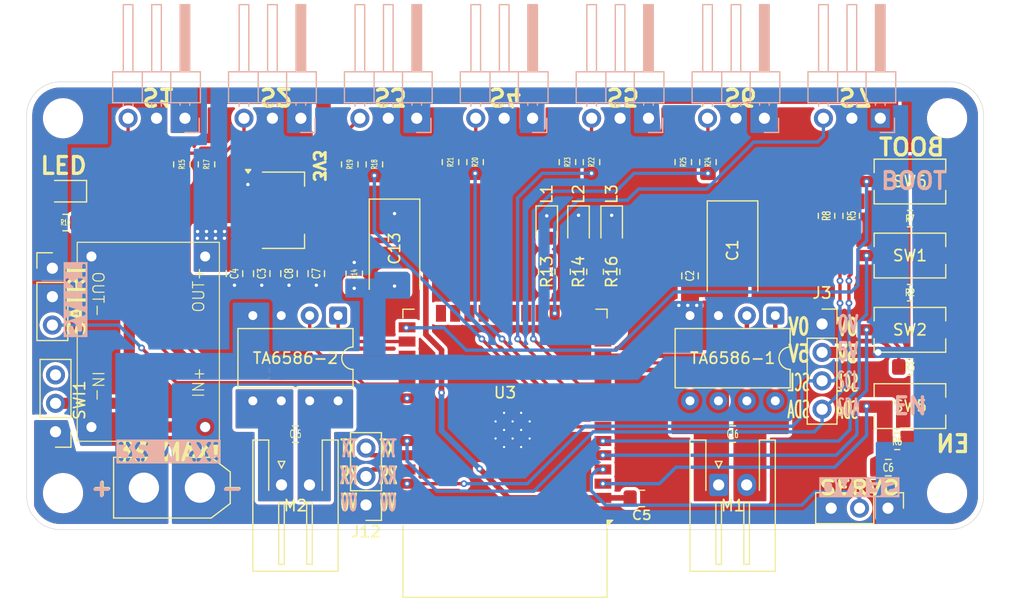
<source format=kicad_pcb>
(kicad_pcb (version 20241229) (generator "pcbnew") (generator_version "9.0")
  (layers (0 "F.Cu" signal) (2 "B.Cu" signal) (13 "F.Paste" user) (15 "B.Paste" user) (5 "F.SilkS" user "F.Silkscreen") (7 "B.SilkS" user "B.Silkscreen") (1 "F.Mask" user) (3 "B.Mask" user) (25 "Edge.Cuts" user))
  (net 0 "")
  (net 1 "GND")
  (net 2 "VCC")
  (net 3 "+5V")
  (net 4 "3V3")
  (net 5 "/EN")
  (net 6 "/M1")
  (net 7 "/M2")
  (net 8 "/M3")
  (net 9 "/M4")
  (net 10 "Net-(D2-A)")
  (net 11 "/SRV")
  (net 12 "/ST")
  (net 13 "/SCL")
  (net 14 "/SDA")
  (net 15 "/S1")
  (net 16 "/TXD")
  (net 17 "/RXD")
  (net 18 "/S2")
  (net 19 "/S3")
  (net 20 "/S4")
  (net 21 "/S5")
  (net 22 "/S6")
  (net 23 "/S7")
  (net 24 "Net-(L1-A)")
  (net 25 "Net-(L2-A)")
  (net 26 "/SW1")
  (net 27 "/SW2")
  (net 28 "/BT")
  (net 29 "VCC1")
  (net 30 "/LED_1")
  (net 31 "/LED_2")
  (net 32 "/LED_3")
  (net 33 "/INA2")
  (net 34 "/INB2")
  (net 35 "/INB1")
  (net 36 "/INA1")
  (net 47 "Net-(L3-A)")
  (net 48 "Net-(J6-Pin_3)")
  (net 49 "Net-(J7-Pin_3)")
  (net 50 "Net-(J8-Pin_3)")
  (net 51 "Net-(J9-Pin_3)")
  (net 52 "Net-(J10-Pin_3)")
  (footprint "Resistor_SMD:R_0805_2012Metric_Pad1.20x1.40mm_HandSolder" (layer "F.Cu") (at 105.8 101.6 180)
    (property "Reference" "R10")
    (property "Value" "10k" (hide yes))
  )
  (footprint "Resistor_SMD:R_0805_2012Metric_Pad1.20x1.40mm_HandSolder" (layer "F.Cu") (at 140.2 96.2 -90)
    (property "Reference" "R21")
    (property "Value" "2K2" (hide yes))
  )
  (footprint "LED_SMD:LED_0805_2012Metric_Pad1.15x1.40mm_HandSolder" (layer "F.Cu") (at 148.8 101.975 -90)
    (property "Reference" "L1")
    (property "Value" "LED" (hide yes))
  )
  (footprint "LED_SMD:LED_0805_2012Metric_Pad1.15x1.40mm_HandSolder" (layer "F.Cu") (at 105.825 98.8 180)
    (property "Reference" "D2" (hide yes))
    (property "Value" "LED" (hide yes))
  )
  (footprint "Capacitor_SMD:C_0805_2012Metric_Pad1.18x1.45mm_HandSolder" (layer "F.Cu") (at 161.6 106.3625 -90)
    (property "Reference" "C2")
    (property "Value" "100nF" (hide yes))
  )
  (footprint "MountingHole:MountingHole_3mm" (layer "F.Cu") (at 184.57 92.28)
    (property "Reference" "H2" (hide yes))
    (property "Value" "MountingHole" (hide yes))
  )
  (footprint "Package_DIP:DIP-8_W7.62mm" (layer "F.Cu") (at 169.22 109.91 -90)
    (property "Reference" "TA6586-1")
    (property "Value" "~" (hide yes))
  )
  (footprint "Connector_AMASS:AMASS_XT30U-M_1x02_P5.0mm_Vertical" (layer "F.Cu") (at 117.81 125.29 180)
    (property "Reference" "Alimentacion1" (hide yes))
    (property "Value" "TB_1X2" (hide yes))
  )
  (footprint "Capacitor_SMD:C_0805_2012Metric_Pad1.18x1.45mm_HandSolder" (layer "F.Cu") (at 165.41 120.5 180)
    (property "Reference" "C16")
    (property "Value" "100nf" (hide yes))
  )
  (footprint "Capacitor_SMD:C_0805_2012Metric_Pad1.18x1.45mm_HandSolder" (layer "F.Cu") (at 131.6 106.2 -90)
    (property "Reference" "C14")
    (property "Value" "100nF" (hide yes))
  )
  (footprint "Resistor_SMD:R_0805_2012Metric_Pad1.20x1.40mm_HandSolder" (layer "F.Cu") (at 181.25 101.25 180)
    (property "Reference" "R7")
    (property "Value" "10k" (hide yes))
  )
  (footprint "Resistor_SMD:R_0805_2012Metric_Pad1.20x1.40mm_HandSolder" (layer "F.Cu") (at 154.6 106 90)
    (property "Reference" "R16")
    (property "Value" "220" (hide yes))
  )
  (footprint "Resistor_SMD:R_0805_2012Metric_Pad1.20x1.40mm_HandSolder" (layer "F.Cu") (at 180.11 121.15 180)
    (property "Reference" "R6")
    (property "Value" "10k" (hide yes))
  )
  (footprint "Capacitor_SMD:C_0805_2012Metric_Pad1.18x1.45mm_HandSolder" (layer "F.Cu") (at 179.3125 123.5)
    (property "Reference" "C6")
    (property "Value" "100nF" (hide yes))
  )
  (footprint "Package_TO_SOT_SMD:SOT-223-3_TabPin2" (layer "F.Cu") (at 125.25 100.5)
    (property "Reference" "U1" (hide yes))
    (property "Value" "AMS1117-3.3" (hide yes))
  )
  (footprint "Resistor_SMD:R_0805_2012Metric_Pad1.20x1.40mm_HandSolder" (layer "F.Cu") (at 150.65 96.2 -90)
    (property "Reference" "R23")
    (property "Value" "2K2" (hide yes))
  )
  (footprint "Resistor_SMD:R_0805_2012Metric_Pad1.20x1.40mm_HandSolder" (layer "F.Cu") (at 163.2 96.2 -90)
    (property "Reference" "R24")
    (property "Value" "1K" (hide yes))
  )
  (footprint "Connector_JST:JST_XH_S2B-XH-A-1_1x02_P2.50mm_Horizontal" (layer "F.Cu") (at 125.1 125.04)
    (property "Reference" "M2")
    (property "Value" "M2")
  )
  (footprint "MountingHole:MountingHole_3mm" (layer "F.Cu") (at 105.58 92.28)
    (property "Reference" "H3" (hide yes))
    (property "Value" "MountingHole" (hide yes))
  )
  (footprint "Resistor_SMD:R_0805_2012Metric_Pad1.20x1.40mm_HandSolder" (layer "F.Cu") (at 131.2 96.4 -90)
    (property "Reference" "R19")
    (property "Value" "2K2" (hide yes))
  )
  (footprint "Resistor_SMD:R_0805_2012Metric_Pad1.20x1.40mm_HandSolder" (layer "F.Cu") (at 142.4 96.2 -90)
    (property "Reference" "R20")
    (property "Value" "1K" (hide yes))
  )
  (footprint "LED_SMD:LED_0805_2012Metric_Pad1.15x1.40mm_HandSolder" (layer "F.Cu") (at 151.64 101.975 -90)
    (property "Reference" "L2")
    (property "Value" "LED" (hide yes))
  )
  (footprint "LED_SMD:LED_0805_2012Metric_Pad1.15x1.40mm_HandSolder" (layer "F.Cu") (at 154.6 101.975 -90)
    (property "Reference" "L3")
    (property "Value" "LED" (hide yes))
  )
  (footprint "Connector_PinHeader_2.54mm:PinHeader_1x03_P2.54mm_Vertical" (layer "F.Cu") (at 179.29 127.12 -90)
    (property "Reference" "J1" (hide yes))
    (property "Value" "Conn_01x03_Pin")
  )
  (footprint "Connector_PinSocket_2.54mm:PinSocket_1x04_P2.54mm_Vertical" (layer "F.Cu") (at 173.4 110.66)
    (property "Reference" "J3")
    (property "Value" "DISPLAY")
  )
  (footprint "NUEVAS HUELLAS TREJO:STEP DOWN MINI 360" (layer "F.Cu") (at 113.2 112.25)
    (property "Reference" "STD-MINI360" (hide yes))
    (property "Value" "~" (hide yes))
  )
  (footprint "Resistor_SMD:R_0805_2012Metric_Pad1.20x1.40mm_HandSolder" (layer "F.Cu") (at 161 96.2 -90)
    (property "Reference" "R25")
    (property "Value" "2K2" (hide yes))
  )
  (footprint "RF_Module:ESP32-WROOM-32" (layer "F.Cu") (at 145.07 119.22 180)
    (property "Reference" "U3")
    (property "Value" "ESP32-WROOM-32" (hide yes))
  )
  (footprint "Resistor_SMD:R_0805_2012Metric_Pad1.20x1.40mm_HandSolder" (layer "F.Cu") (at 181.25 114.5 180)
    (property "Reference" "R3")
    (property "Value" "10k" (hide yes))
  )
  (footprint "Resistor_SMD:R_0805_2012Metric_Pad1.20x1.40mm_HandSolder" (layer "F.Cu") (at 152.8 96.2 -90)
    (property "Reference" "R22")
    (property "Value" "1K" (hide yes))
  )
  (footprint "Package_DIP:DIP-8_W7.62mm" (layer "F.Cu") (at 130.16 109.91 -90)
    (property "Reference" "TA6586-2")
    (property "Value" "~" (hide yes))
  )
  (footprint "Button_Switch_SMD:SW_Tactile_SPST_NO_Straight_CK_PTS636Sx25SMTRLFS" (layer "F.Cu") (at 181.25 97.932857)
    (property "Reference" "SW6")
    (property "Value" "SW_Push_Dual_x2" (hide yes))
  )
  (footprint "Resistor_SMD:R_0805_2012Metric_Pad1.20x1.40mm_HandSolder" (layer "F.Cu") (at 148.8 106 90)
    (property "Reference" "R13")
    (property "Value" "220" (hide yes))
  )
  (footprint "Resistor_SMD:R_0805_2012Metric_Pad1.20x1.40mm_HandSolder" (layer "F.Cu") (at 176 101 -90)
    (property "Reference" "R5")
    (property "Value" "10k" (hide yes))
  )
  (footprint "Resistor_SMD:R_0805_2012Metric_Pad1.20x1.40mm_HandSolder" (layer "F.Cu") (at 118.4 96.4 -90)
    (property "Reference" "R17")
    (property "Value" "2K2" (hide yes))
  )
  (footprint "MountingHole:MountingHole_3mm" (layer "F.Cu") (at 105.58 125.775)
    (property "Reference" "H1" (hide yes))
    (property "Value" "MountingHole" (hide yes))
  )
  (footprint "Capacitor_SMD:C_0805_2012Metric_Pad1.18x1.45mm_HandSolder" (layer "F.Cu") (at 157.2875 126.25)
    (property "Reference" "C5")
    (property "Value" "100nF" (hide yes))
  )
  (footprint "Resistor_SMD:R_0805_2012Metric_Pad1.20x1.40mm_HandSolder" (layer "F.Cu") (at 151.64 106 90)
    (property "Reference" "R14")
    (property "Value" "220" (hide yes))
  )
  (footprint "Resistor_SMD:R_0805_2012Metric_Pad1.20x1.40mm_HandSolder" (layer "F.Cu") (at 116.2 96.4 -90)
    (property "Reference" "R15")
    (property "Value" "1K" (hide yes))
  )
  (footprint "Capacitor_SMD:C_0805_2012Metric_Pad1.18x1.45mm_HandSolder" (layer "F.Cu") (at 126.35 120.5 180)
    (property "Reference" "C15")
    (property "Value" "100nf" (hide yes))
  )
  (footprint "Capacitor_SMD:C_0805_2012Metric_Pad1.18x1.45mm_HandSolder" (layer "F.Cu") (at 125.773333 106.1625 -90)
    (property "Reference" "C8")
    (property "Value" "100nF" (hide yes))
  )
  (footprint "Capacitor_SMD:C_0805_2012Metric_Pad1.18x1.45mm_HandSolder" (layer "F.Cu") (at 123.336667 106.1625 -90)
    (property "Reference" "C3")
    (property "Value" "100nF" (hide yes))
  )
  (footprint "Connector_PinHeader_2.54mm:PinHeader_1x03_P2.54mm_Vertical" (layer "F.Cu") (at 104.91 120.29 180)
    (property "Reference" "SWI1")
    (property "Value" "SW_DPST_x2" (hide yes))
  )
  (footprint "Button_Switch_SMD:SW_Tactile_SPST_NO_Straight_CK_PTS636Sx25SMTRLFS" (layer "F.Cu") (at 181.25 111.182857)
    (property "Reference" "SW2")
    (property "Value" "SW_Push_Dual_x2" (hide yes))
  )
  (footprint "Connector_PinHeader_2.54mm:PinHeader_1x03_P2.54mm_Vertical" (layer "F.Cu") (at 104.63 105.68)
    (property "Reference" "J2" (hide yes))
    (property "Value" "INICIO")
  )
  (footprint "MountingHole:MountingHole_3mm" (layer "F.Cu") (at 184.57 125.775)
    (property "Reference" "H4" (hide yes))
    (property "Value" "MountingHole" (hide yes))
  )
  (footprint "Button_Switch_SMD:SW_Tactile_SPST_NO_Straight_CK_PTS636Sx25SMTRLFS" (layer "F.Cu") (at 181.25 118)
    (property "Reference" "SW5")
    (property "Value" "SW_Push_Dual_x2" (hide yes))
  )
  (footprint "Button_Switch_SMD:SW_Tactile_SPST_NO_Straight_CK_PTS636Sx25SMTRLFS" (layer "F.Cu") (at 181.25 104.548571)
    (property "Reference" "SW1")
    (property "Value" "SW_Push_Dual_x2" (hide yes))
  )
  (footprint "Resistor_SMD:R_0805_2012Metric_Pad1.20x1.40mm_HandSolder" (layer "F.Cu") (at 133.4 96.4 -90)
    (property "Reference" "R18")
    (property "Value" "1K" (hide yes))
  )
  (footprint "Resistor_SMD:R_0805_2012Metric_Pad1.20x1.40mm_HandSolder" (layer "F.Cu") (at 173.8 101 -90)
    (property "Reference" "R8")
    (property "Value" "10k" (hide yes))
  )
  (footprint "Resistor_SMD:R_0805_2012Metric_Pad1.20x1.40mm_HandSolder" (layer "F.Cu") (at 181.25 107.865714 180)
    (property "Reference" "R2")
    (property "Value" "10k" (hide yes))
  )
  (footprint "Connector_PinHeader_2.54mm:PinHeader_1x03_P2.54mm_Vertical" (layer "F.Cu") (at 132.65 126.83 180)
    (property "Reference" "J12")
    (property "Value" "Conn_01x03_Pin" (hide yes))
  )
  (footprint "Capacitor_SMD:C_0805_2012Metric_Pad1.18x1.45mm_HandSolder" (layer "F.Cu") (at 128.21 106.1625 -90)
    (property "Reference" "C7")
    (property "Value" "100nF" (hide yes))
  )
  (footprint "Capacitor_Tantalum_SMD:CP_EIA-7343-20_Kemet-V" (layer "F.Cu") (at 135.2 103.9175 -90)
    (property "Reference" "C13")
    (property "Value" "100UF" (hide yes))
  )
  (footprint "Capacitor_SMD:C_0805_2012Metric_Pad1.18x1.45mm_HandSolder" (layer "F.Cu") (at 120.9 106.1625 -90)
    (property "Reference" "C4")
    (property "Value" "100nF" (hide yes))
  )
  (footprint "Connector_JST:JST_XH_S2B-XH-A-1_1x02_P2.50mm_Horizontal" (layer "F.Cu") (at 164.16 125.04)
    (property "Reference" "M1")
    (property "Value" "M1")
  )
  (footprint "Capacitor_Tantalum_SMD:CP_EIA-7343-20_Kemet-V" (layer "F.Cu") (at 165.4 104.08 -90)
    (property "Reference" "C1")
    (property "Value" "100UF" (hide yes))
  )
  (footprint "Connector_PinHeader_2.54mm:PinHeader_1x03_P2.54mm_Horizontal" (layer "B.Cu") (at 116.475 92.28 90)
    (property "Reference" "J4" (hide yes))
    (property "Value" "Conn_01x03_Pin" (hide yes))
  )
  (footprint "Connector_PinHeader_2.54mm:PinHeader_1x03_P2.54mm_Horizontal" (layer "B.Cu") (at 178.6 92.28 90)
    (property "Reference" "J11" (hide yes))
    (property "Value" "Conn_01x03_Pin" (hide yes))
  )
  (footprint "Connector_PinHeader_2.54mm:PinHeader_1x03_P2.54mm_Horizontal" (layer "B.Cu") (at 168.245833 92.28 90)
    (property "Reference" "J10" (hide yes))
    (property "Value" "Conn_01x03_Pin" (hide yes))
  )
  (footprint "Connector_PinHeader_2.54mm:PinHeader_1x03_P2.54mm_Horizontal" (layer "B.Cu") (at 126.829167 92.28 90)
    (property "Reference" "J6" (hide yes))
    (property "Value" "Conn_01x03_Pin" (hide yes))
  )
  (footprint "Connector_PinHeader_2.54mm:PinHeader_1x03_P2.54mm_Horizontal" (layer "B.Cu") (at 137.183333 92.28 90)
    (property "Reference" "J7" (hide yes))
    (property "Value" "Conn_01x03_Pin" (hide yes))
  )
  (footprint "Connector_PinHeader_2.54mm:PinHeader_1x03_P2.54mm_Horizontal" (layer "B.Cu") (at 157.891667 92.28 90)
    (property "Reference" "J9" (hide yes))
    (property "Value" "Conn_01x03_Pin" (hide yes))
  )
  (footprint "Connector_PinHeader_2.54mm:PinHeader_1x03_P2.54mm_Horizontal" (layer "B.Cu") (at 147.5375 92.28 90)
    (property "Reference" "J8" (hide yes))
    (property "Value" "Conn_01x03_Pin" (hide yes))
  )
  (gr_arc (start 105.33 129.03) (mid 103.20868 128.15132) (end 102.33 126.03) (stroke (width 0.05)) (layer "Edge.Cuts"))
  (gr_line (start 187.83 92.03) (end 187.83 126.03) (stroke (width 0.05)) (layer "Edge.Cuts"))
  (gr_line (start 184.83 89.03) (end 105.33 89.03) (stroke (width 0.05)) (layer "Edge.Cuts"))
  (gr_arc (start 187.83 126.03) (mid 186.95132 128.15132) (end 184.83 129.03) (stroke (width 0.05)) (layer "Edge.Cuts"))
  (gr_arc (start 102.33 92.03) (mid 103.20868 89.90868) (end 105.33 89.03) (stroke (width 0.05)) (layer "Edge.Cuts"))
  (gr_line (start 102.33 92.03) (end 102.33 126.03) (stroke (width 0.05)) (layer "Edge.Cuts"))
  (gr_line (start 184.83 129.03) (end 105.33 129.03) (stroke (width 0.05)) (layer "Edge.Cuts"))
  (gr_arc (start 184.83 89.03) (mid 186.95132 89.90868) (end 187.83 92.03) (stroke (width 0.05)) (layer "Edge.Cuts"))
  (gr_text "S4" (at 143.48 89.5 180) (layer "F.SilkS") (effects (font (size 1.5 1.5) (thickness 0.3) (bold yes)) (justify left bottom mirror)))
  (gr_text "TX\nRX\n0V\n" (at 133.75 127.5 0) (layer "F.SilkS") (effects (font (size 1.5 0.8) (thickness 0.2) (bold yes)) (justify left bottom)))
  (gr_text "-" (at 121.857144 124.6 180) (layer "F.SilkS") (effects (font (size 1.5 1.5) (thickness 0.3) (bold yes)) (justify left bottom)))
  (gr_text "0V\n5V\n" (at 176.75 114.25 0) (layer "F.SilkS") (effects (font (size 1.5 1) (thickness 0.25) (bold yes)) (justify left bottom mirror)))
  (gr_text "SATRT" (at 107.75 112 90) (layer "F.SilkS") (effects (font (size 1.5 1.5) (thickness 0.3) (bold yes)) (justify left bottom)))
  (gr_text "EN" (at 186.75 122.25 0) (layer "F.SilkS") (effects (font (size 1.5 1.5) (thickness 0.3) (bold yes)) (justify left bottom mirror)))
  (gr_text "BOOT" (at 184.5 95.75 0) (layer "F.SilkS") (effects (font (size 1.5 1.5) (thickness 0.3) (bold yes)) (justify left bottom mirror)))
  (gr_text "LED" (at 103.4 97.4 0) (layer "F.SilkS") (effects (font (size 1.5 1.5) (thickness 0.3) (bold yes)) (justify left bottom)))
  (gr_text "S6\n" (at 164.48 89.5 180) (layer "F.SilkS") (effects (font (size 1.5 1.5) (thickness 0.3) (bold yes)) (justify left bottom mirror)))
  (gr_text "0V\n5V\n" (at 172.4 114.2 0) (layer "F.SilkS") (effects (font (size 1.5 1) (thickness 0.25) (bold yes)) (justify left bottom mirror)))
  (gr_text "SCL\nSDA" (at 176.75 119.25 0) (layer "F.SilkS") (effects (font (size 1.5 0.7) (thickness 0.175) (bold yes)) (justify left bottom mirror)))
  (gr_text "SERVO" (at 173 126 0) (layer "F.SilkS") (effects (font (size 1.2 1.5) (thickness 0.3) (bold yes)) (justify left bottom)))
  (gr_text "3V3" (at 127.88 98.07 270) (layer "F.SilkS") (effects (font (size 1 1) (thickness 0.25) (bold yes)) (justify left bottom mirror)))
  (gr_text "3S MAX!" (at 119.75 123 0) (layer "F.SilkS" knockout) (effects (font (size 1.5 1.5) (thickness 0.3) (bold yes)) (justify left bottom mirror)))
  (gr_text "S2" (at 123 89.5 180) (layer "F.SilkS") (effects (font (size 1.5 1.5) (thickness 0.3) (bold yes)) (justify left bottom mirror)))
  (gr_text "S3" (at 133.2 89.5 180) (layer "F.SilkS") (effects (font (size 1.5 1.5) (thickness 0.3) (bold yes)) (justify left bottom mirror)))
  (gr_text "S7" (at 174.73 89.5 180) (layer "F.SilkS") (effects (font (size 1.5 1.5) (thickness 0.3) (bold yes)) (justify left bottom mirror)))
  (gr_text "SCL\nSDA" (at 172.4 119.2 0) (layer "F.SilkS") (effects (font (size 1.5 0.7) (thickness 0.175) (bold yes)) (justify left bottom mirror)))
  (gr_text "S5" (at 153.98 89.5 180) (layer "F.SilkS") (effects (font (size 1.5 1.5) (thickness 0.3) (bold yes)) (justify left bottom mirror)))
  (gr_text "S1\n" (at 112.5 89.5 180) (layer "F.SilkS") (effects (font (size 1.5 1.5) (thickness 0.3) (bold yes)) (justify left bottom mirror)))
  (gr_text "TX\nRX\n0V\n" (at 130.25 127.5 0) (layer "F.SilkS") (effects (font (size 1.5 0.8) (thickness 0.2) (bold yes)) (justify left bottom)))
  (gr_text "+" (at 110.2 124.6 180) (layer "F.SilkS") (effects (font (size 1.5 1.5) (thickness 0.3) (bold yes)) (justify left bottom)))
  (gr_text "SCL\nSDA" (at 174.640476 119 -0) (layer "B.SilkS") (effects (font (size 1.5 0.7) (thickness 0.175) (bold yes)) (justify left bottom)))
  (gr_text "TX\nRX\n0V\n" (at 135.501904 127.5 -0) (layer "B.SilkS") (effects (font (size 1.5 0.8) (thickness 0.2) (bold yes)) (justify left bottom mirror)))
  (gr_text "SERVO" (at 180.5 126.01 0) (layer "B.SilkS" knockout) (effects (font (size 1.2 1.5) (thickness 0.3) (bold yes)) (justify left bottom mirror)))
  (gr_text "BOOT" (at 178.5 98.75 -0) (layer "B.SilkS") (effects (font (size 1.5 1.5) (thickness 0.3) (bold yes)) (justify left bottom)))
  (gr_text "3S MAX!" (at 110.25 123 0) (layer "B.SilkS" knockout) (effects (font (size 1.5 1.5) (thickness 0.3) (bold yes)) (justify left bottom)))
  (gr_text "-" (at 121.8 126.2 0) (layer "B.SilkS") (effects (font (size 1.5 1.5) (thickness 0.3) (bold yes)) (justify left bottom mirror)))
  (gr_text "0V\n5V\n" (at 174.640476 114 -0) (layer "B.SilkS") (effects (font (size 1.5 1) (thickness 0.25) (bold yes)) (justify left bottom)))
  (gr_text "TX\nRX\n0V\n" (at 132.001904 127.5 -0) (layer "B.SilkS") (effects (font (size 1.5 0.8) (thickness 0.2) (bold yes)) (justify left bottom mirror)))
  (gr_text "EN" (at 179.6 118.87 -0) (layer "B.SilkS") (effects (font (size 1.5 1.5) (thickness 0.3) (bold yes)) (justify left bottom)))
  (gr_text "SATRT" (at 105.75 112 270) (layer "B.SilkS" knockout) (effects (font (size 1.5 1.5) (thickness 0.3) (bold yes)) (justify left bottom mirror)))
  (gr_text "+" (at 110.142856 126.2 0) (layer "B.SilkS") (effects (font (size 1.5 1.5) (thickness 0.3) (bold yes)) (justify left bottom mirror)))
  (via (at 120.9 107.2) (size 0.6) (drill 0.3) (layers "F.Cu" "B.Cu") (net 1))
  (via (at 131.6 105.1625) (size 0.6) (drill 0.3) (layers "F.Cu" "B.Cu") (net 1))
  (via (at 123.336667 107.2) (size 0.6) (drill 0.3) (layers "F.Cu" "B.Cu") (net 1))
  (via (at 108.12 119.87) (size 1.1) (drill 0.9) (layers "F.Cu" "B.Cu") (net 1))
  (via (at 154.6 100.95) (size 0.6) (drill 0.3) (layers "F.Cu" "B.Cu") (net 1))
  (via (at 151.64 100.95) (size 0.6) (drill 0.3) (layers "F.Cu" "B.Cu") (net 1))
  (via (at 122.1 98.2) (size 0.6) (drill 0.3) (layers "F.Cu" "B.Cu") (net 1))
  (via (at 128.21 107.2) (size 0.6) (drill 0.3) (layers "F.Cu" "B.Cu") (net 1))
  (via (at 148.8 101) (size 0.6) (drill 0.3) (layers "F.Cu" "B.Cu") (net 1))
  (via (at 125.773333 107.2) (size 0.6) (drill 0.3) (layers "F.Cu" "B.Cu") (net 1))
  (via (at 135.2 100.7975) (size 0.6) (drill 0.3) (layers "F.Cu" "B.Cu") (net 1))
  (via (at 108.12 104.63) (size 1.1) (drill 0.9) (layers "F.Cu" "B.Cu") (net 1))
  (via (at 162.2 109) (size 0.6) (drill 0.3) (layers "F.Cu" "B.Cu") (net 2))
  (via (at 161.4 109) (size 0.6) (drill 0.3) (layers "F.Cu" "B.Cu") (net 2))
  (via (at 131.6 107.475) (size 0.6) (drill 0.3) (layers "F.Cu" "B.Cu") (net 2))
  (via (at 135.2 107.275) (size 0.6) (drill 0.3) (layers "F.Cu" "B.Cu") (net 2))
  (via (at 160.6 109) (size 0.6) (drill 0.3) (layers "F.Cu" "B.Cu") (net 2))
  (segment (start 173.4 113.2) (end 178.4 113.2) (width 1) (layer "F.Cu") (net 3))
  (via (at 119.2 103) (size 0.6) (drill 0.3) (layers "F.Cu" "B.Cu") (net 3))
  (via (at 178.4 113.2) (size 0.8) (drill 0.6) (layers "F.Cu" "B.Cu") (net 3))
  (via (at 120 102.4) (size 0.6) (drill 0.3) (layers "F.Cu" "B.Cu") (net 3))
  (via (at 118.28 104.63) (size 1.1) (drill 0.9) (layers "F.Cu" "B.Cu") (net 3))
  (via (at 117.6 103) (size 0.6) (drill 0.3) (layers "F.Cu" "B.Cu") (net 3))
  (via (at 118.4 103) (size 0.6) (drill 0.3) (layers "F.Cu" "B.Cu") (net 3))
  (via (at 119.2 102.4) (size 0.6) (drill 0.3) (layers "F.Cu" "B.Cu") (net 3))
  (via (at 120 103) (size 0.6) (drill 0.3) (layers "F.Cu" "B.Cu") (net 3))
  (via (at 117.6 102.4) (size 0.6) (drill 0.3) (layers "F.Cu" "B.Cu") (net 3))
  (via (at 118.4 102.4) (size 0.6) (drill 0.3) (layers "F.Cu" "B.Cu") (net 3))
  (segment (start 178.4 113.2) (end 182.4 113.2) (width 1) (layer "B.Cu") (net 3))
  (segment (start 153.82 126.2) (end 145.4 126.2) (width 0.5) (layer "F.Cu") (net 4))
  (segment (start 139.4 116.8) (end 139.4 113) (width 0.5) (layer "F.Cu") (net 4))
  (segment (start 138 105) (end 136.2 103.2) (width 0.5) (layer "F.Cu") (net 4))
  (segment (start 153.82 126.2) (end 155.95 126.2) (width 0.5) (layer "F.Cu") (net 4))
  (segment (start 136.2 103.2) (end 128.6 103.2) (width 0.5) (layer "F.Cu") (net 4))
  (segment (start 139.4 113) (end 138 111.6) (width 0.5) (layer "F.Cu") (net 4))
  (segment (start 145.4 126.2) (end 142.8 123.6) (width 0.5) (layer "F.Cu") (net 4))
  (segment (start 138 111.6) (end 138 105) (width 0.5) (layer "F.Cu") (net 4))
  (segment (start 155.95 126.2) (end 156.25 126.5) (width 0.5) (layer "F.Cu") (net 4))
  (via (at 142.8 123.6) (size 0.6) (drill 0.3) (layers "F.Cu" "B.Cu") (net 4))
  (via (at 139.4 116.8) (size 0.6) (drill 0.3) (layers "F.Cu" "B.Cu") (net 4))
  (segment (start 139.4 116.8) (end 139.4 120.2) (width 0.5) (layer "B.Cu") (net 4))
  (segment (start 139.4 120.2) (end 142.8 123.6) (width 0.5) (layer "B.Cu") (net 4))
  (via (at 153.82 124.93) (size 0.6) (drill 0.3) (layers "F.Cu" "B.Cu") (net 5))
  (via (at 177.375 118) (size 0.6) (drill 0.3) (layers "F.Cu" "B.Cu") (net 5))
  (segment (start 158.87 124.93) (end 160.34 123.46) (width 0.3) (layer "B.Cu") (net 5))
  (segment (start 177.375 120.625) (end 177.375 118) (width 0.3) (layer "B.Cu") (net 5))
  (segment (start 160.34 123.46) (end 174.54 123.46) (width 0.3) (layer "B.Cu") (net 5))
  (segment (start 153.82 124.93) (end 158.87 124.93) (width 0.3) (layer "B.Cu") (net 5))
  (segment (start 174.54 123.46) (end 177.375 120.625) (width 0.3) (layer "B.Cu") (net 5))
  (segment (start 104.8 101.6) (end 104.8 98.8) (width 1) (layer "F.Cu") (net 10))
  (via (at 153.82 123.66) (size 0.6) (drill 0.3) (layers "F.Cu" "B.Cu") (net 11))
  (segment (start 171.58 126.85) (end 154.06 126.85) (width 0.3) (layer "B.Cu") (net 11))
  (segment (start 176.18 125.66) (end 172.77 125.66) (width 0.3) (layer "B.Cu") (net 11))
  (segment (start 176.75 126.23) (end 176.18 125.66) (width 0.3) (layer "B.Cu") (net 11))
  (segment (start 152.78 125.57) (end 152.78 124.2) (width 0.3) (layer "B.Cu") (net 11))
  (segment (start 152.78 124.2) (end 153.32 123.66) (width 0.3) (layer "B.Cu") (net 11))
  (segment (start 154.06 126.85) (end 152.78 125.57) (width 0.3) (layer "B.Cu") (net 11))
  (segment (start 176.75 127.12) (end 176.75 126.23) (width 0.3) (layer "B.Cu") (net 11))
  (segment (start 172.77 125.66) (end 171.58 126.85) (width 0.3) (layer "B.Cu") (net 11))
  (segment (start 153.32 123.66) (end 153.82 123.66) (width 0.3) (layer "B.Cu") (net 11))
  (segment (start 112.6 112.8) (end 115.7 115.9) (width 0.3) (layer "F.Cu") (net 12))
  (segment (start 115.7 115.9) (end 131.6 115.9) (width 0.3) (layer "F.Cu") (net 12))
  (segment (start 133.01 117.31) (end 136.32 117.31) (width 0.3) (layer "F.Cu") (net 12))
  (segment (start 131.6 115.9) (end 133.01 117.31) (width 0.3) (layer "F.Cu") (net 12))
  (via (at 112.6 112.8) (size 0.6) (drill 0.3) (layers "F.Cu" "B.Cu") (net 12))
  (via (at 136.32 117.31) (size 0.6) (drill 0.3) (layers "F.Cu" "B.Cu") (net 12))
  (segment (start 110.56 110.76) (end 104.63 110.76) (width 0.3) (layer "B.Cu") (net 12))
  (segment (start 112.6 112.8) (end 110.56 110.76) (width 0.3) (layer "B.Cu") (net 12))
  (segment (start 174.999997 106.800003) (end 175 106.8) (width 0.3) (layer "F.Cu") (net 13))
  (segment (start 136.32 124.93) (end 141.4 124.93) (width 0.3) (layer "F.Cu") (net 13))
  (segment (start 173.8 103.2) (end 173.8 102) (width 0.3) (layer "F.Cu") (net 13))
  (segment (start 174.999997 108.8) (end 174.999997 106.800003) (width 0.3) (layer "F.Cu") (net 13))
  (segment (start 175 104.4) (end 173.8 103.2) (width 0.3) (layer "F.Cu") (net 13))
  (segment (start 175 106.8) (end 175 104.4) (width 0.3) (layer "F.Cu") (net 13))
  (via (at 141.4 124.93) (size 0.6) (drill 0.3) (layers "F.Cu" "B.Cu") (net 13))
  (via (at 175 106.8) (size 0.6) (drill 0.3) (layers "F.Cu" "B.Cu") (net 13))
  (via (at 136.32 124.93) (size 0.6) (drill 0.3) (layers "F.Cu" "B.Cu") (net 13))
  (via (at 174.999997 108.8) (size 0.6) (drill 0.3) (layers "F.Cu" "B.Cu") (net 13))
  (segment (start 172.26 115.74) (end 173.4 115.74) (width 0.3) (layer "B.Cu") (net 13))
  (segment (start 170.75 119.8) (end 171.6 118.95) (width 0.3) (layer "B.Cu") (net 13))
  (segment (start 141.4 124.93) (end 147.07 124.93) (width 0.3) (layer "B.Cu") (net 13))
  (segment (start 147.07 124.93) (end 152.2 119.8) (width 0.3) (layer "B.Cu") (net 13))
  (segment (start 152.2 119.8) (end 170.75 119.8) (width 0.3) (layer "B.Cu") (net 13))
  (segment (start 175 115) (end 174.999997 114.999997) (width 0.3) (layer "B.Cu") (net 13))
  (segment (start 171.6 118.95) (end 171.6 116.4) (width 0.3) (layer "B.Cu") (net 13))
  (segment (start 171.6 116.4) (end 172.26 115.74) (width 0.3) (layer "B.Cu") (net 13))
  (segment (start 174.999997 114.999997) (end 174.999997 108.8) (width 0.3) (layer "B.Cu") (net 13))
  (segment (start 175 115.2) (end 175 115) (width 0.3) (layer "B.Cu") (net 13))
  (segment (start 173.4 115.74) (end 174.46 115.74) (width 0.3) (layer "B.Cu") (net 13))
  (segment (start 174.46 115.74) (end 175 115.2) (width 0.3) (layer "B.Cu") (net 13))
  (segment (start 175.8 108.8) (end 175.8 106.8) (width 0.3) (layer "F.Cu") (net 14))
  (segment (start 175.8 106.4) (end 176 106.2) (width 0.3) (layer "F.Cu") (net 14))
  (segment (start 176 106.2) (end 176 102) (width 0.3) (layer "F.Cu") (net 14))
  (segment (start 175.8 106.8) (end 175.8 106.4) (width 0.3) (layer "F.Cu") (net 14))
  (via (at 136.32 121.12) (size 0.6) (drill 0.3) (layers "F.Cu" "B.Cu") (net 14))
  (via (at 175.8 106.8) (size 0.6) (drill 0.3) (layers "F.Cu" "B.Cu") (net 14))
  (via (at 175.8 108.8) (size 0.6) (drill 0.3) (layers "F.Cu" "B.Cu") (net 14))
  (segment (start 152.949 120.301) (end 172.699 120.301) (width 0.3) (layer "B.Cu") (net 14))
  (segment (start 136.32 121.12) (end 136.32 122.92) (width 0.3) (layer "B.Cu") (net 14))
  (segment (start 175.8 110.2) (end 175.8 108.8) (width 0.3) (layer "B.Cu") (net 14))
  (segment (start 136.32 122.92) (end 139 125.6) (width 0.3) (layer "B.Cu") (net 14))
  (segment (start 173.52 118.28) (end 175.8 116) (width 0.3) (layer "B.Cu") (net 14))
  (segment (start 173.4 118.28) (end 173.52 118.28) (width 0.3) (layer "B.Cu") (net 14))
  (segment (start 175.8 116) (end 175.8 110.2) (width 0.3) (layer "B.Cu") (net 14))
  (segment (start 147.65 125.6) (end 152.949 120.301) (width 0.3) (layer "B.Cu") (net 14))
  (segment (start 173.4 119.6) (end 173.4 118.28) (width 0.3) (layer "B.Cu") (net 14))
  (segment (start 172.699 120.301) (end 173.4 119.6) (width 0.3) (layer "B.Cu") (net 14))
  (segment (start 139 125.6) (end 147.65 125.6) (width 0.3) (layer "B.Cu") (net 14))
  (segment (start 112.8 102.4) (end 111.395 100.995) (width 0.3) (layer "F.Cu") (net 15))
  (segment (start 132.44852 116.04) (end 131.60852 115.2) (width 0.3) (layer "F.Cu") (net 15))
  (segment (start 131.60852 115.2) (end 116.8 115.2) (width 0.3) (layer "F.Cu") (net 15))
  (segment (start 116.8 115.2) (end 112.8 111.2) (width 0.3) (layer "F.Cu") (net 15))
  (segment (start 112.8 111.2) (end 112.8 102.4) (width 0.3) (layer "F.Cu") (net 15))
  (segment (start 136.32 116.04) (end 132.44852 116.04) (width 0.3) (layer "F.Cu") (net 15))
  (segment (start 111.395 100.995) (end 111.395 92.28) (width 0.3) (layer "F.Cu") (net 15))
  (segment (start 132.65 121.94) (end 132.65 121.75) (width 0.4) (layer "F.Cu") (net 16))
  (segment (start 136.32 122.39) (end 133.1 122.39) (width 0.4) (layer "F.Cu") (net 16))
  (segment (start 133.1 122.39) (end 132.65 121.94) (width 0.4) (layer "F.Cu") (net 16))
  (segment (start 133.28 123.66) (end 132.65 124.29) (width 0.4) (layer "F.Cu") (net 17))
  (segment (start 136.32 123.66) (end 133.28 123.66) (width 0.4) (layer "F.Cu") (net 17))
  (segment (start 118.4 114.4) (end 116.2 112.2) (width 0.3) (layer "F.Cu") (net 18))
  (segment (start 116.2 112.2) (end 116.2 97.4) (width 0.3) (layer "F.Cu") (net 18))
  (segment (start 136.32 114.77) (end 132.17 114.77) (width 0.3) (layer "F.Cu") (net 18))
  (segment (start 131.8 114.4) (end 118.4 114.4) (width 0.3) (layer "F.Cu") (net 18))
  (segment (start 132.17 114.77) (end 131.8 114.4) (width 0.3) (layer "F.Cu") (net 18))
  (segment (start 150.85 119.85) (end 153.82 119.85) (width 0.3) (layer "F.Cu") (net 19))
  (segment (start 143 112) (end 150.85 119.85) (width 0.3) (layer "F.Cu") (net 19))
  (via (at 133.4 97.4) (size 0.6) (drill 0.3) (layers "F.Cu" "B.Cu") (net 19))
  (via (at 143 112) (size 0.6) (drill 0.3) (layers "F.Cu" "B.Cu") (net 19))
  (segment (start 133.4 102.4) (end 133.4 97.4) (width 0.3) (layer "B.Cu") (net 19))
  (segment (start 143 112) (end 133.4 102.4) (width 0.3) (layer "B.Cu") (net 19))
  (segment (start 153.82 118.58) (end 151.38 118.58) (width 0.3) (layer "F.Cu") (net 20))
  (segment (start 151.38 118.58) (end 144.8 112) (width 0.3) (layer "F.Cu") (net 20))
  (via (at 142.4 97.2) (size 0.6) (drill 0.3) (layers "F.Cu" "B.Cu") (net 20))
  (via (at 144.8 112) (size 0.6) (drill 0.3) (layers "F.Cu" "B.Cu") (net 20))
  (segment (start 142.4 109.6) (end 142.4 97.2) (width 0.3) (layer "B.Cu") (net 20))
  (segment (start 144.8 112) (end 142.4 109.6) (width 0.3) (layer "B.Cu") (net 20))
  (segment (start 153.82 117.31) (end 151.51 117.31) (width 0.3) (layer "F.Cu") (net 21))
  (segment (start 151.51 117.31) (end 146.2 112) (width 0.3) (layer "F.Cu") (net 21))
  (via (at 152.8 97.2) (size 0.6) (drill 0.3) (layers "F.Cu" "B.Cu") (net 21))
  (via (at 146.2 112) (size 0.6) (drill 0.3) (layers "F.Cu" "B.Cu") (net 21))
  (segment (start 146.2 99.4) (end 148.4 97.2) (width 0.3) (layer "B.Cu") (net 21))
  (segment (start 148.4 97.2) (end 152.8 97.2) (width 0.3) (layer "B.Cu") (net 21))
  (segment (start 146.2 112) (end 146.2 99.4) (width 0.3) (layer "B.Cu") (net 21))
  (segment (start 151.64 116.04) (end 147.6 112) (width 0.3) (layer "F.Cu") (net 22))
  (segment (start 153.82 116.04) (end 151.64 116.04) (width 0.3) (layer "F.Cu") (net 22))
  (via (at 147.6 112) (size 0.6) (drill 0.3) (layers "F.Cu" "B.Cu") (net 22))
  (via (at 163.2 97.2) (size 0.6) (drill 0.3) (layers "F.Cu" "B.Cu") (net 22))
  (segment (start 155 98.8) (end 156.6 97.2) (width 0.3) (layer "B.Cu") (net 22))
  (segment (start 147.6 100.6) (end 149.4 98.8) (width 0.3) (layer "B.Cu") (net 22))
  (segment (start 147.6 112) (end 147.6 100.6) (width 0.3) (layer "B.Cu") (net 22))
  (segment (start 149.4 98.8) (end 155 98.8) (width 0.3) (layer "B.Cu") (net 22))
  (segment (start 156.6 97.2) (end 163.2 97.2) (width 0.3) (layer "B.Cu") (net 22))
  (via (at 149.51 109.71) (size 0.6) (drill 0.3) (layers "F.Cu" "B.Cu") (net 23))
  (segment (start 149.51 109.71) (end 149.51 101.69) (width 0.3) (layer "B.Cu") (net 23))
  (segment (start 173 94.4) (end 173.52 93.88) (width 0.3) (layer "B.Cu") (net 23))
  (segment (start 157 98.6) (end 163.1 98.6) (width 0.3) (layer "B.Cu") (net 23))
  (segment (start 173.52 93.88) (end 173.52 92.28) (width 0.3) (layer "B.Cu") (net 23))
  (segment (start 167.3 94.4) (end 173 94.4) (width 0.3) (layer "B.Cu") (net 23))
  (segment (start 156 99.6) (end 157 98.6) (width 0.3) (layer "B.Cu") (net 23))
  (segment (start 163.1 98.6) (end 167.3 94.4) (width 0.3) (layer "B.Cu") (net 23))
  (segment (start 151.6 99.6) (end 156 99.6) (width 0.3) (layer "B.Cu") (net 23))
  (segment (start 149.51 101.69) (end 151.6 99.6) (width 0.3) (layer "B.Cu") (net 23))
  (segment (start 148.8 105) (end 148.8 103) (width 0.3) (layer "F.Cu") (net 24))
  (segment (start 151.64 105) (end 151.64 103) (width 0.3) (layer "F.Cu") (net 25))
  (segment (start 180.25 107.865714) (end 180.25 106.14) (width 0.3) (layer "F.Cu") (net 26))
  (segment (start 178.658571 104.548571) (end 177.375 104.548571) (width 0.3) (layer "F.Cu") (net 26))
  (segment (start 180.25 106.14) (end 178.658571 104.548571) (width 0.3) (layer "F.Cu") (net 26))
  (via (at 153.82 121.12) (size 0.6) (drill 0.3) (layers "F.Cu" "B.Cu") (net 26))
  (via (at 177.375 104.548571) (size 0.6) (drill 0.3) (layers "F.Cu" "B.Cu") (net 26))
  (segment (start 176.71 110.47) (end 177.375 109.805) (width 0.3) (layer "B.Cu") (net 26))
  (segment (start 174.995 120.995) (end 175.9 120.09) (width 0.3) (layer "B.Cu") (net 26))
  (segment (start 177.375 109.805) (end 177.375 104.548571) (width 0.3) (layer "B.Cu") (net 26))
  (segment (start 153.82 121.12) (end 174.87 121.12) (width 0.3) (layer "B.Cu") (net 26))
  (segment (start 175.9 120.09) (end 175.9 117.21) (width 0.3) (layer "B.Cu") (net 26))
  (segment (start 175.9 117.21) (end 176.71 116.4) (width 0.3) (layer "B.Cu") (net 26))
  (segment (start 174.87 121.12) (end 174.995 120.995) (width 0.3) (layer "B.Cu") (net 26))
  (segment (start 176.71 116.4) (end 176.71 110.47) (width 0.3) (layer "B.Cu") (net 26))
  (segment (start 180.25 114.5) (end 180.25 112.7) (width 0.3) (layer "F.Cu") (net 27))
  (segment (start 178.732857 111.182857) (end 177.375 111.182857) (width 0.3) (layer "F.Cu") (net 27))
  (segment (start 180.25 112.7) (end 178.732857 111.182857) (width 0.3) (layer "F.Cu") (net 27))
  (via (at 177.375 111.182857) (size 0.6) (drill 0.3) (layers "F.Cu" "B.Cu") (net 27))
  (via (at 153.82 122.39) (size 0.6) (drill 0.3) (layers "F.Cu" "B.Cu") (net 27))
  (segment (start 177.375 116.605) (end 177.375 111.182857) (width 0.3) (layer "B.Cu") (net 27))
  (segment (start 174.66 122.39) (end 176.51 120.54) (width 0.3) (layer "B.Cu") (net 27))
  (segment (start 176.51 120.54) (end 176.51 117.47) (width 0.3) (layer "B.Cu") (net 27))
  (segment (start 153.82 122.39) (end 174.66 122.39) (width 0.3) (layer "B.Cu") (net 27))
  (segment (start 176.51 117.47) (end 177.375 116.605) (width 0.3) (layer "B.Cu") (net 27))
  (segment (start 178.932857 97.932857) (end 177.375 97.932857) (width 0.3) (layer "F.Cu") (net 28))
  (segment (start 180.25 101.25) (end 180.25 99.25) (width 0.3) (layer "F.Cu") (net 28))
  (segment (start 180.25 99.25) (end 178.932857 97.932857) (width 0.3) (layer "F.Cu") (net 28))
  (via (at 136.25 111) (size 0.6) (drill 0.3) (layers "F.Cu" "B.Cu") (net 28))
  (via (at 177.375 97.932857) (size 0.6) (drill 0.3) (layers "F.Cu" "B.Cu") (net 28))
  (segment (start 176 107.8) (end 176.6 107.2) (width 0.3) (layer "B.Cu") (net 28))
  (segment (start 177.375 103.225) (end 177.375 97.932857) (width 0.3) (layer "B.Cu") (net 28))
  (segment (start 176.6 107.2) (end 176.6 104) (width 0.3) (layer "B.Cu") (net 28))
  (segment (start 160.2 107.8) (end 176 107.8) (width 0.3) (layer "B.Cu") (net 28))
  (segment (start 141.6 113) (end 155 113) (width 0.3) (layer "B.Cu") (net 28))
  (segment (start 139.6 111) (end 141.6 113) (width 0.3) (layer "B.Cu") (net 28))
  (segment (start 176.6 104) (end 177.375 103.225) (width 0.3) (layer "B.Cu") (net 28))
  (segment (start 155 113) (end 160.2 107.8) (width 0.3) (layer "B.Cu") (net 28))
  (segment (start 136.25 111) (end 139.6 111) (width 0.3) (layer "B.Cu") (net 28))
  (segment (start 113.62 119.87) (end 118.28 119.87) (width 1) (layer "F.Cu") (net 29))
  (segment (start 111.5 103.4) (end 109.7 101.6) (width 1) (layer "F.Cu") (net 29))
  (segment (start 111.5 117.75) (end 111.5 103.4) (width 1) (layer "F.Cu") (net 29))
  (segment (start 104.91 117.75) (end 111.5 117.75) (width 1) (layer "F.Cu") (net 29))
  (segment (start 109.7 101.6) (end 106.8 101.6) (width 1) (layer "F.Cu") (net 29))
  (segment (start 111.5 117.75) (end 113.62 119.87) (width 1) (layer "F.Cu") (net 29))
  (via (at 118.28 119.87) (size 1) (drill 0.9) (layers "F.Cu" "B.Cu") (net 29))
  (segment (start 148.24 109.71) (end 148.24 108.66) (width 0.3) (layer "F.Cu") (net 30))
  (segment (start 148.24 108.66) (end 148.8 108.1) (width 0.3) (layer "F.Cu") (net 30))
  (segment (start 148.8 108.1) (end 148.8 107) (width 0.3) (layer "F.Cu") (net 30))
  (segment (start 151.64 107) (end 152.6 107) (width 0.2) (layer "F.Cu") (net 31))
  (segment (start 152.6 107) (end 153.82 108.22) (width 0.2) (layer "F.Cu") (net 31))
  (segment (start 153.82 108.22) (end 153.82 110.96) (width 0.2) (layer "F.Cu") (net 31))
  (segment (start 155.6 108) (end 154.6 107) (width 0.3) (layer "F.Cu") (net 32))
  (segment (start 153.82 112.23) (end 154.87 112.23) (width 0.3) (layer "F.Cu") (net 32))
  (segment (start 154.87 112.23) (end 155.6 111.5) (width 0.3) (layer "F.Cu") (net 32))
  (segment (start 155.6 111.5) (end 155.6 108) (width 0.3) (layer "F.Cu") (net 32))
  (segment (start 166.68 112.57) (end 166.68 109.91) (width 0.4) (layer "F.Cu") (net 33))
  (segment (start 153.82 113.5) (end 165.75 113.5) (width 0.4) (layer "F.Cu") (net 33))
  (segment (start 165.75 113.5) (end 166.68 112.57) (width 0.4) (layer "F.Cu") (net 33))
  (segment (start 153.82 114.77) (end 168.23 114.77) (width 0.4) (layer "F.Cu") (net 34))
  (segment (start 168.23 114.77) (end 169.22 113.78) (width 0.4) (layer "F.Cu") (net 34))
  (segment (start 169.22 113.78) (end 169.22 109.91) (width 0.4) (layer "F.Cu") (net 34))
  (segment (start 136.32 112.23) (end 130.83 112.23) (width 0.3) (layer "F.Cu") (net 35))
  (segment (start 130.16 111.56) (end 130.16 109.91) (width 0.3) (layer "F.Cu") (net 35))
  (segment (start 130.83 112.23) (end 130.16 111.56) (width 0.3) (layer "F.Cu") (net 35))
  (segment (start 127.62 112.42) (end 127.62 109.91) (width 0.3) (layer "F.Cu") (net 36))
  (segment (start 128.7 113.5) (end 127.62 112.42) (width 0.3) (layer "F.Cu") (net 36))
  (segment (start 136.32 113.5) (end 128.7 113.5) (width 0.3) (layer "F.Cu") (net 36))
  (segment (start 154.6 105) (end 154.6 103) (width 0.3) (layer "F.Cu") (net 47))
  (segment (start 121.749167 93.650833) (end 121.749167 92.28) (width 0.3) (layer "F.Cu") (net 48))
  (segment (start 120 95.4) (end 121.749167 93.650833) (width 0.3) (layer "F.Cu") (net 48))
  (segment (start 116.2 95.4) (end 118.4 95.4) (width 0.3) (layer "F.Cu") (net 48))
  (segment (start 118.4 95.4) (end 120 95.4) (width 0.3) (layer "F.Cu") (net 48))
  (segment (start 132.103333 92.28) (end 131.2 93.183333) (width 0.3) (layer "F.Cu") (net 49))
  (segment (start 133.4 95.4) (end 131.2 95.4) (width 0.3) (layer "F.Cu") (net 49))
  (segment (start 131.2 93.183333) (end 131.2 95.4) (width 0.3) (layer "F.Cu") (net 49))
  (segment (start 140.2 95.2) (end 142.4 95.2) (width 0.3) (layer "F.Cu") (net 50))
  (segment (start 142.4575 92.28) (end 142.4575 95.1425) (width 0.3) (layer "F.Cu") (net 50))
  (segment (start 142.4575 95.1425) (end 142.4 95.2) (width 0.3) (layer "F.Cu") (net 50))
  (segment (start 152.8 95.2) (end 152.8 92.291667) (width 0.3) (layer "F.Cu") (net 51))
  (segment (start 150.65 95.2) (end 152.8 95.2) (width 0.3) (layer "F.Cu") (net 51))
  (segment (start 152.8 92.291667) (end 152.811667 92.28) (width 0.3) (layer "F.Cu") (net 51))
  (segment (start 163.2 95.2) (end 163.2 92.314167) (width 0.3) (layer "F.Cu") (net 52))
  (segment (start 163.2 92.314167) (end 163.165833 92.28) (width 0.3) (layer "F.Cu") (net 52))
  (segment (start 161 95.2) (end 163.2 95.2) (width 0.3) (layer "F.Cu") (net 52))
  (zone (net 4) (net_name "3V3") (layer "F.Cu") (priority 11) (connect_pads yes (clearance 0.3)) (min_thickness 0.2) (fill yes (thermal_gap 0.5) (thermal_bridge_width 0.5))
    (polygon (pts (xy 177.2 100.4) (xy 173 100.4) (xy 173 95.6) (xy 183.2 95.6) (xy 183.2 122) (xy 180.4 122) (xy 180.4 120.2) (xy 181.6 120.2) (xy 181.6 97) (xy 176 97) (xy 176 99) (xy 177.2 99)))
  )
  (zone (net 2) (net_name "VCC") (layer "F.Cu") (priority 9) (connect_pads yes (clearance 0.3)) (min_thickness 0.2) (fill yes (thermal_gap 0.5) (thermal_bridge_width 0.5))
    (polygon (pts (xy 160.8 110.6) (xy 162.365909 110.6) (xy 162.405865 108.255907) (xy 166.8 108.249718) (xy 166.8 105.8) (xy 163.4 105.8) (xy 163.4 106.6) (xy 160.8 106.6)))
  )
  (zone (net 9) (net_name "/M4") (layer "F.Cu") (priority 2) (connect_pads yes (clearance 0.3)) (min_thickness 0.2) (fill yes (thermal_gap 0.5) (thermal_bridge_width 0.5))
    (polygon (pts (xy 159.93 116.5) (xy 159.93 120.5) (xy 161.93 120.5) (xy 161.93 126.5) (xy 165.08 126.5) (xy 165.08 116.5)))
  )
  (zone (net 3) (net_name "+5V") (layer "F.Cu") (priority 5) (connect_pads yes (clearance 0.3)) (min_thickness 0.2) (fill yes (thermal_gap 0.5) (thermal_bridge_width 0.5))
    (polygon (pts (xy 117.3 101.95) (xy 117.3 106) (xy 124.25 106) (xy 124.25 101.95)))
  )
  (zone (net 4) (net_name "3V3") (layer "F.Cu") (priority 17) (connect_pads yes (clearance 0.3)) (min_thickness 0.2) (fill yes (thermal_gap 0.5) (thermal_bridge_width 0.5))
    (polygon (pts (xy 128.4 89.240615) (xy 115.2 89.2) (xy 115.2 93.6) (xy 118.2 93.6) (xy 118.2 91) (xy 128.4 91)))
  )
  (zone (net 4) (net_name "3V3") (layer "F.Cu") (priority 16) (connect_pads yes (clearance 0.3)) (min_thickness 0.2) (fill yes (thermal_gap 0.5) (thermal_bridge_width 0.5))
    (polygon (pts (xy 126.8 98.206667) (xy 126.8 95) (xy 128.2 95) (xy 128.2 89.24) (xy 180.2 89.4) (xy 180.2 91) (xy 129.5 91) (xy 129.5 98.199743)))
  )
  (zone (net 4) (net_name "3V3") (layer "F.Cu") (priority 6) (connect_pads yes (clearance 0.3)) (min_thickness 0.2) (fill yes (thermal_gap 0.5) (thermal_bridge_width 0.5))
    (polygon (pts (xy 124.75 105.75) (xy 129.5 105.75) (xy 129.5 98.15) (xy 126.8 98.15) (xy 126.8 99.6) (xy 121 99.6) (xy 121 101.5) (xy 124.75 101.5)))
  )
  (zone (net 8) (net_name "/M3") (layer "F.Cu") (priority 3) (connect_pads yes (clearance 0.3)) (min_thickness 0.2) (fill yes (thermal_gap 0.5) (thermal_bridge_width 0.5))
    (polygon (pts (xy 165.48 116.5) (xy 170.43 116.5) (xy 170.43 120.5) (xy 168.43 120.5) (xy 168.43 126.5) (xy 165.48 126.5)))
  )
  (zone (net 5) (net_name "/EN") (layer "F.Cu") (priority 8) (connect_pads yes (clearance 0.3)) (min_thickness 0.2) (fill yes (thermal_gap 0.5) (thermal_bridge_width 0.5))
    (polygon (pts (xy 176.7 117.5) (xy 176.7 118.6) (xy 178.3 118.6) (xy 178.3 122.4) (xy 177.7 122.7) (xy 177.7 124.3) (xy 179.2 124.3) (xy 179.2 122.4) (xy 179.7 122.1) (xy 179.7 117.5)))
  )
  (zone (net 4) (net_name "3V3") (layer "F.Cu") (priority 15) (connect_pads yes (clearance 0.3)) (min_thickness 0.2) (fill yes (thermal_gap 0.5) (thermal_bridge_width 0.5))
    (polygon (pts (xy 177.4 95.8) (xy 177.4 91) (xy 180.2 91) (xy 180.2 95.8)))
  )
  (zone (net 6) (net_name "/M1") (layers "F.Cu" "B.Cu") (priority 3) (connect_pads yes (clearance 0.3)) (min_thickness 0.2) (fill yes (thermal_gap 0.5) (thermal_bridge_width 0.5))
    (polygon (pts (xy 126.55 116.5) (xy 131.5 116.5) (xy 131.5 120) (xy 129.5 120) (xy 129.5 126.5) (xy 126.55 126.5)))
  )
  (zone (net 7) (net_name "/M2") (layers "F.Cu" "B.Cu") (priority 2) (connect_pads yes (clearance 0.3)) (min_thickness 0.2) (fill yes (thermal_gap 0.5) (thermal_bridge_width 0.5))
    (polygon (pts (xy 121 116.5) (xy 121 120) (xy 123 120) (xy 123 126.5) (xy 126.15 126.5) (xy 126.15 116.5)))
  )
  (zone (net 1) (net_name "GND") (layers "F.Cu" "B.Cu") (connect_pads yes (clearance 0.3)) (min_thickness 0.2) (fill yes (thermal_gap 0.5) (thermal_bridge_width 0.5))
    (polygon (pts (xy 99.95 87.1) (xy 99.95 132.6) (xy 191.45 132.6) (xy 191.45 87.1)))
  )
  (zone (net 2) (net_name "VCC") (layers "F.Cu" "B.Cu") (priority 1) (connect_pads yes (clearance 0.5)) (min_thickness 0.25) (fill yes (thermal_gap 0.5) (thermal_bridge_width 0.5))
    (polygon (pts (xy 115 129) (xy 103 129) (xy 103 119.25) (xy 106 119.25) (xy 106.75 122.05) (xy 115 122.05)))
  )
  (zone (net 2) (net_name "VCC") (layer "B.Cu") (priority 10) (connect_pads yes (clearance 0.3)) (min_thickness 0.2) (fill yes (thermal_gap 0.5) (thermal_bridge_width 0.5))
    (polygon (pts (xy 130.8 106.6) (xy 130.8 108.3) (xy 132.4 108.3) (xy 132.4 113.5) (xy 134.4 113.5) (xy 134.4 108.4) (xy 136.6 108.4) (xy 136.6 106) (xy 133.4 106) (xy 133.4 106.6)))
  )
  (zone (net 2) (net_name "VCC") (layer "B.Cu") (priority 4) (connect_pads yes (clearance 0.3)) (min_thickness 0.2) (fill yes (thermal_gap 0.5) (thermal_bridge_width 0.5))
    (polygon (pts (xy 115 129) (xy 115 122.25) (xy 115 115.65) (xy 124 115.65) (xy 124 108.75) (xy 120.75 108.75) (xy 120.75 113.25) (xy 110.25 113.25) (xy 110.25 129)))
  )
  (zone (net 3) (net_name "+5V") (layer "B.Cu") (priority 14) (connect_pads yes (clearance 0.3)) (min_thickness 0.2) (fill yes (thermal_gap 0.5) (thermal_bridge_width 0.5))
    (polygon (pts (xy 178.2 128.6) (xy 188 128.6) (xy 188 94) (xy 181.4 94) (xy 181.6 121.2) (xy 178.2 121.2)))
  )
  (zone (net 2) (net_name "VCC") (layer "B.Cu") (priority 7) (connect_pads yes (clearance 0.3)) (min_thickness 0.2) (fill yes (thermal_gap 0.5) (thermal_bridge_width 0.5))
    (polygon (pts (xy 124 113.4) (xy 124 115.66579) (xy 156.958794 115.651293) (xy 159.2 113.25) (xy 162.75 113.25) (xy 162.75 111.25) (xy 162.75 108.6) (xy 160 108.6) (xy 155.2 113.4)))
  )
  (zone (net 3) (net_name "+5V") (layer "B.Cu") (priority 12) (connect_pads yes (clearance 0.3)) (min_thickness 0.2) (fill yes (thermal_gap 0.5) (thermal_bridge_width 0.5))
    (polygon (pts (xy 117.25 95) (xy 118.75 95) (xy 118.75 89) (xy 126.5 89) (xy 126.5 91) (xy 120.25 91) (xy 120.25 106) (xy 117.25 106)))
  )
  (zone (net 4) (net_name "3V3") (layer "B.Cu") (priority 19) (connect_pads yes (clearance 0.3)) (min_thickness 0.2) (fill yes (thermal_gap 0.5) (thermal_bridge_width 0.5))
    (polygon (pts (xy 115.2 93.6) (xy 117.6 93.6) (xy 117.6 89.2) (xy 115.2 89.2)))
  )
  (zone (net 4) (net_name "3V3") (layer "B.Cu") (priority 18) (connect_pads yes (clearance 0.3)) (min_thickness 0.2) (fill yes (thermal_gap 0.5) (thermal_bridge_width 0.5))
    (polygon (pts (xy 102.4 106.8) (xy 106 106.8) (xy 106 94.6) (xy 109.6 94.6) (xy 109.6 91) (xy 117.6 91) (xy 117.6 89.2) (xy 102.4 89.2)))
  )
  (zone (net 3) (net_name "+5V") (layer "B.Cu") (priority 13) (connect_pads yes (clearance 0.3)) (min_thickness 0.2) (fill yes (thermal_gap 0.5) (thermal_bridge_width 0.5))
    (polygon (pts (xy 187.8 94) (xy 181.4 94) (xy 181.4 90.8) (xy 169.4 90.8) (xy 169.4 93.6) (xy 167 93.6) (xy 167 90.8) (xy 158.8 90.8) (xy 159 93.6) (xy 156.6 93.6) (xy 156.6 91) (xy 148.6 91) (xy 148.6 93.6) (xy 146.4 93.6) (xy 146.4 91) (xy 138.4 91) (xy 138.4 93.6) (xy 136 93.6) (xy 136 91) (xy 127.8 91) (xy 127.8 93.6) (xy 125.6 93.6) (xy 125.6 89.2) (xy 187.8 88.981755)))
  )
)
</source>
